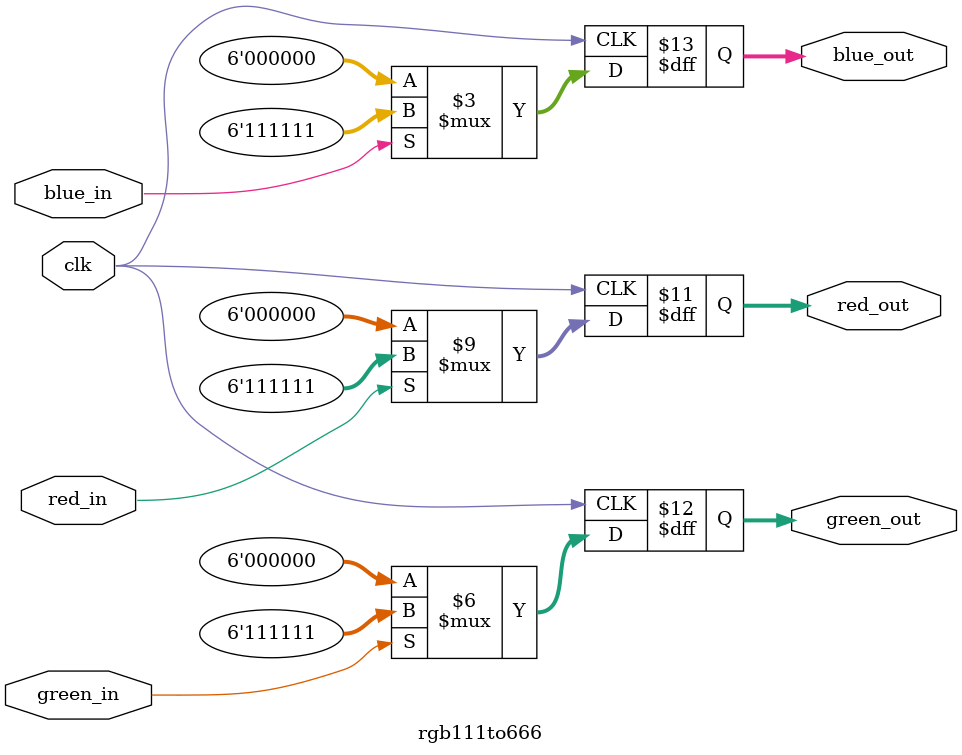
<source format=v>
/************************************************************************
    
    rgb111to666.v
    Convert RGB111 to RGB666
    
	VP415-Emulator FPGA
	Copyright (C) 2025 Simon Inns
	
	This file is part of VP415-Emulator.
	
	This is free software: you can redistribute it and/or
	modify it under the terms of the GNU General Public License as
	published by the Free Software Foundation, either version 3 of the
	License, or (at your option) any later version.
	
	This program is distributed in the hope that it will be useful,
	but WITHOUT ANY WARRANTY; without even the implied warranty of
	MERCHANTABILITY or FITNESS FOR A PARTICULAR PURPOSE.  See the
	GNU General Public License for more details.
	
	You should have received a copy of the GNU General Public License
	along with this program.  If not, see <http://www.gnu.org/licenses/>.

	Email: simon.inns@gmail.com
	
************************************************************************/

// Disable Verilog implicit definitions
`default_nettype none

module rgb111to666 (
    input wire clk,          // 81 MHz clock
    input wire red_in,
    input wire green_in,
    input wire blue_in,

    output reg [5:0] red_out,
    output reg [5:0] green_out,
    output reg [5:0] blue_out
);

    // Convert RGB111 to RGB666
    always @(posedge clk) begin
        if (red_in) begin
            red_out <= 6'b111111;
        end else begin
            red_out <= 6'b000000;
        end
        if (green_in) begin
            green_out <= 6'b111111;
        end else begin
            green_out <= 6'b000000;
        end
        if (blue_in) begin
            blue_out <= 6'b111111;
        end else begin
            blue_out <= 6'b000000;
        end
    end

endmodule
</source>
